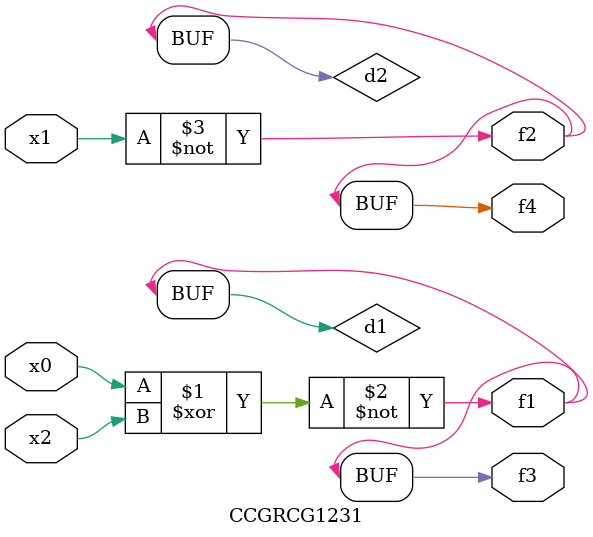
<source format=v>
module CCGRCG1231(
	input x0, x1, x2,
	output f1, f2, f3, f4
);

	wire d1, d2, d3;

	xnor (d1, x0, x2);
	nand (d2, x1);
	nor (d3, x1, x2);
	assign f1 = d1;
	assign f2 = d2;
	assign f3 = d1;
	assign f4 = d2;
endmodule

</source>
